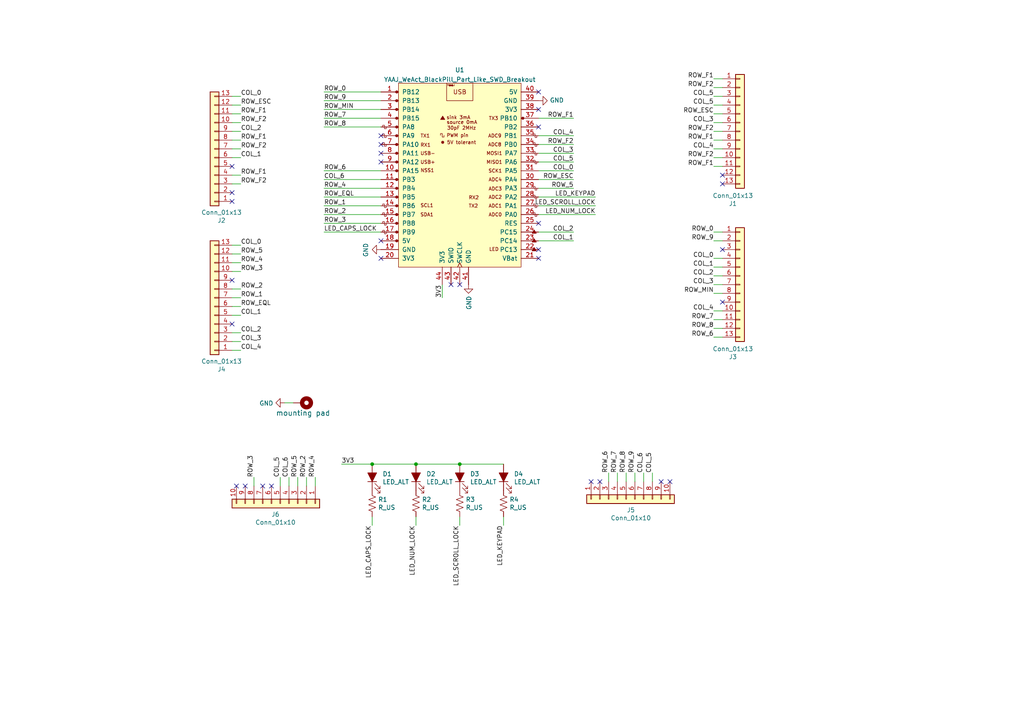
<source format=kicad_sch>
(kicad_sch (version 20211123) (generator eeschema)
  (paper "A4")
  (lib_symbols
    (symbol "Mechanical:MountingHole_Pad" (pin_numbers hide) (pin_names (offset 1.016) hide)
      (property "Reference" "H" (at 0 6.35 0))
      (property "Value" "MountingHole_Pad" (at 0 4.445 0))
      (symbol "MountingHole_Pad_0_1"
        (circle (center 0 1.27) (radius 1.27) (stroke (width 1.27)))
      )
      (symbol "MountingHole_Pad_1_1"
        (pin input line (at 0 -2.54 90) (length 2.54) (name "1") (number "1"))
      )
    )
    (symbol "YAAJ_WeAct_BlackPill_Part_Like_SWD_Breakout:YAAJ_WeAct_BlackPill_Part_Like_SWD_Breakout" (pin_names (offset 1.016))
      (property "Reference" "U" (at -17.526 27.94 0))
      (property "Value" "YAAJ_WeAct_BlackPill_Part_Like_SWD_Breakout" (at 9.144 27.94 0))
      (symbol "YAAJ_WeAct_BlackPill_Part_Like_SWD_Breakout_0_0"
        (circle (center -18.288 -20.32) (radius 0.3556) (fill (type outline)))
        (circle (center -18.288 -17.78) (radius 0.3556) (fill (type outline)))
        (circle (center -18.288 -15.24) (radius 0.3556) (fill (type outline)))
        (circle (center -18.288 -12.7) (radius 0.3556) (fill (type outline)))
        (circle (center -18.288 -10.16) (radius 0.3556) (fill (type outline)))
        (circle (center -18.288 -7.62) (radius 0.3556) (fill (type outline)))
        (circle (center -18.288 -5.08) (radius 0.3556) (fill (type outline)))
        (circle (center -18.288 -2.54) (radius 0.3556) (fill (type outline)))
        (circle (center -18.288 0) (radius 0.3556) (fill (type outline)))
        (circle (center -18.288 2.54) (radius 0.3556) (fill (type outline)))
        (circle (center -18.288 5.08) (radius 0.3556) (fill (type outline)))
        (circle (center -18.288 7.62) (radius 0.3556) (fill (type outline)))
        (circle (center -18.288 10.16) (radius 0.3556) (fill (type outline)))
        (circle (center -18.288 12.7) (radius 0.3556) (fill (type outline)))
        (circle (center -18.288 15.24) (radius 0.3556) (fill (type outline)))
        (circle (center -18.288 17.78) (radius 0.3556) (fill (type outline)))
        (circle (center -18.288 22.86) (radius 0.3556) (fill (type outline)))
        (circle (center -4.953 8.255) (radius 0.127) (fill (type outline)))
        (circle (center -4.953 8.255) (radius 0.254))
        (circle (center -4.953 8.255) (radius 0.3556))
        (polyline (pts (xy -5.588 14.859) (xy -4.953 15.875) (xy -4.318 14.859) (xy -5.588 14.859) (xy -4.953 15.748) (xy -4.445 14.859) (xy -5.461 14.986) (xy -4.953 15.621) (xy -4.572 14.859) (xy -5.334 15.113) (xy -4.826 15.494) (xy -4.699 14.859) (xy -5.207 15.24) (xy -4.699 15.367) (xy -4.826 14.986) (xy -5.08 15.24) (xy -4.826 15.113) (xy -4.953 15.367)))
        (polyline (pts (xy 20.955 -23.241) (xy 21.59 -22.225) (xy 22.225 -23.241) (xy 20.955 -23.241) (xy 21.59 -22.352) (xy 22.098 -23.241) (xy 21.082 -23.114) (xy 21.59 -22.479) (xy 21.971 -23.241) (xy 21.209 -22.987) (xy 21.717 -22.606) (xy 21.844 -23.241) (xy 21.336 -22.86) (xy 21.844 -22.733) (xy 21.717 -23.114) (xy 21.463 -22.86) (xy 21.717 -22.987) (xy 21.59 -22.733)))
        (polyline (pts (xy 20.955 -20.701) (xy 21.59 -19.685) (xy 22.225 -20.701) (xy 20.955 -20.701) (xy 21.59 -19.812) (xy 22.098 -20.701) (xy 21.082 -20.574) (xy 21.59 -19.939) (xy 21.971 -20.701) (xy 21.209 -20.447) (xy 21.717 -20.066) (xy 21.844 -20.701) (xy 21.336 -20.32) (xy 21.844 -20.193) (xy 21.717 -20.574) (xy 21.463 -20.32) (xy 21.717 -20.447) (xy 21.59 -20.193)))
        (polyline (pts (xy 20.955 -18.161) (xy 21.59 -17.145) (xy 22.225 -18.161) (xy 20.955 -18.161) (xy 21.59 -17.272) (xy 22.098 -18.161) (xy 21.082 -18.034) (xy 21.59 -17.399) (xy 21.971 -18.161) (xy 21.209 -17.907) (xy 21.717 -17.526) (xy 21.844 -18.161) (xy 21.336 -17.78) (xy 21.844 -17.653) (xy 21.717 -18.034) (xy 21.463 -17.78) (xy 21.717 -17.907) (xy 21.59 -17.653)))
        (circle (center 18.288 15.24) (radius 0.254) (fill (type outline)))
        (circle (center 18.288 15.24) (radius 0.3556))
        (text "30pF 2MHz" (at 0.508 12.446 0) (effects (font (size 0.9906 0.9906))))
        (text "5V tolerant" (at 0.508 8.255 0) (effects (font (size 0.9906 0.9906))))
        (text "ADC0" (at 10.287 -12.7 0) (effects (font (size 0.9906 0.9906))))
        (text "ADC1" (at 10.287 -10.16 0) (effects (font (size 0.9906 0.9906))))
        (text "ADC2" (at 10.287 -7.62 0) (effects (font (size 0.9906 0.9906))))
        (text "ADC3" (at 10.287 -5.207 0) (effects (font (size 0.9906 0.9906))))
        (text "ADC4" (at 10.287 -2.54 0) (effects (font (size 0.9906 0.9906))))
        (text "ADC8" (at 10.16 7.62 0) (effects (font (size 0.9906 0.9906))))
        (text "ADC9" (at 10.16 10.16 0) (effects (font (size 0.9906 0.9906))))
        (text "LED" (at 9.906 -22.733 0) (effects (font (size 0.9906 0.9906))))
        (text "MISO1" (at 10.033 2.54 0) (effects (font (size 0.9906 0.9906))))
        (text "MOSI1" (at 10.033 5.08 0) (effects (font (size 0.9906 0.9906))))
        (text "NSS1" (at -9.398 0.127 0) (effects (font (size 0.9906 0.9906))))
        (text "PWM pin" (at -0.635 10.287 0) (effects (font (size 0.9906 0.9906))))
        (text "RX1" (at -9.906 7.493 0) (effects (font (size 0.9906 0.9906))))
        (text "RX2" (at 4.064 -7.747 0) (effects (font (size 0.9906 0.9906))))
        (text "SCK1" (at 10.287 0 0) (effects (font (size 0.9906 0.9906))))
        (text "SCL1" (at -9.525 -10.033 0) (effects (font (size 0.9906 0.9906))))
        (text "SDA1" (at -9.525 -12.7 0) (effects (font (size 0.9906 0.9906))))
        (text "sink 3mA" (at -0.381 15.494 0) (effects (font (size 0.9906 0.9906))))
        (text "source 0mA" (at 0.635 14.097 0) (effects (font (size 0.9906 0.9906))))
        (text "TX1" (at -10.033 10.16 0) (effects (font (size 0.9906 0.9906))))
        (text "TX2" (at 3.937 -10.16 0) (effects (font (size 0.9906 0.9906))))
        (text "TX3" (at 9.779 15.24 0) (effects (font (size 0.9906 0.9906))))
        (text "USB" (at 0 22.86 0) (effects (font (size 1.27 1.27))))
        (text "USB+" (at -9.271 2.54 0) (effects (font (size 0.9906 0.9906))))
        (text "USB-" (at -9.271 5.08 0) (effects (font (size 0.9906 0.9906))))
        (text "Y@@J" (at -2.5654 24.8412 0) (effects (font (size 0.508 0.508))))
      )
      (symbol "YAAJ_WeAct_BlackPill_Part_Like_SWD_Breakout_0_1"
        (rectangle (start -17.78 25.4) (end 17.78 -27.94) (fill (type background)))
        (polyline (pts (xy -21.336 -17.78) (xy -21.336 -18.288) (xy -21.844 -18.288) (xy -21.844 -17.272) (xy -22.352 -17.272) (xy -22.352 -17.78)))
        (polyline (pts (xy -21.336 -15.24) (xy -21.336 -15.748) (xy -21.844 -15.748) (xy -21.844 -14.732) (xy -22.352 -14.732) (xy -22.352 -15.24)))
        (polyline (pts (xy -21.336 -12.7) (xy -21.336 -13.208) (xy -21.844 -13.208) (xy -21.844 -12.192) (xy -22.352 -12.192) (xy -22.352 -12.7)))
        (polyline (pts (xy -21.336 -10.16) (xy -21.336 -10.668) (xy -21.844 -10.668) (xy -21.844 -9.652) (xy -22.352 -9.652) (xy -22.352 -10.16)))
        (polyline (pts (xy -21.336 7.62) (xy -21.336 7.112) (xy -21.844 7.112) (xy -21.844 8.128) (xy -22.352 8.128) (xy -22.352 7.62)))
        (polyline (pts (xy -21.336 10.16) (xy -21.336 9.652) (xy -21.844 9.652) (xy -21.844 10.668) (xy -22.352 10.668) (xy -22.352 10.16)))
        (polyline (pts (xy -21.336 12.7) (xy -21.336 12.192) (xy -21.844 12.192) (xy -21.844 13.208) (xy -22.352 13.208) (xy -22.352 12.7)))
        (polyline (pts (xy -4.572 10.287) (xy -4.572 9.779) (xy -5.08 9.779) (xy -5.08 10.795) (xy -5.588 10.795) (xy -5.588 10.287)))
        (polyline (pts (xy 22.352 -12.7) (xy 22.352 -13.208) (xy 21.844 -13.208) (xy 21.844 -12.192) (xy 21.336 -12.192) (xy 21.336 -12.7)))
        (polyline (pts (xy 22.352 -10.16) (xy 22.352 -10.668) (xy 21.844 -10.668) (xy 21.844 -9.652) (xy 21.336 -9.652) (xy 21.336 -10.16)))
        (polyline (pts (xy 22.352 -7.62) (xy 22.352 -8.128) (xy 21.844 -8.128) (xy 21.844 -7.112) (xy 21.336 -7.112) (xy 21.336 -7.62)))
        (polyline (pts (xy 22.352 -5.08) (xy 22.352 -5.588) (xy 21.844 -5.588) (xy 21.844 -4.572) (xy 21.336 -4.572) (xy 21.336 -5.08)))
        (polyline (pts (xy 22.352 2.54) (xy 22.352 2.032) (xy 21.844 2.032) (xy 21.844 3.048) (xy 21.336 3.048) (xy 21.336 2.54)))
        (polyline (pts (xy 22.352 5.08) (xy 22.352 4.572) (xy 21.844 4.572) (xy 21.844 5.588) (xy 21.336 5.588) (xy 21.336 5.08)))
        (polyline (pts (xy 22.352 7.62) (xy 22.352 7.112) (xy 21.844 7.112) (xy 21.844 8.128) (xy 21.336 8.128) (xy 21.336 7.62)))
        (polyline (pts (xy 22.352 10.16) (xy 22.352 9.652) (xy 21.844 9.652) (xy 21.844 10.668) (xy 21.336 10.668) (xy 21.336 10.16)))
        (rectangle (start 3.81 25.4) (end -3.81 20.32))
      )
      (symbol "YAAJ_WeAct_BlackPill_Part_Like_SWD_Breakout_1_1"
        (circle (center -18.288 20.32) (radius 0.3556) (fill (type outline)))
        (pin bidirectional line (at -22.86 22.86 0) (length 5.08) (name "PB12") (number "1"))
        (pin bidirectional line (at -22.86 0 0) (length 5.08) (name "PA15") (number "10"))
        (pin bidirectional line (at -22.86 -2.54 0) (length 5.08) (name "PB3") (number "11"))
        (pin bidirectional line (at -22.86 -5.08 0) (length 5.08) (name "PB4") (number "12"))
        (pin bidirectional line (at -22.86 -7.62 0) (length 5.08) (name "PB5") (number "13"))
        (pin bidirectional line (at -22.86 -10.16 0) (length 5.08) (name "PB6") (number "14"))
        (pin bidirectional line (at -22.86 -12.7 0) (length 5.08) (name "PB7") (number "15"))
        (pin bidirectional line (at -22.86 -15.24 0) (length 5.08) (name "PB8") (number "16"))
        (pin bidirectional line (at -22.86 -17.78 0) (length 5.08) (name "PB9") (number "17"))
        (pin power_in line (at -22.86 -20.32 0) (length 5.08) (name "5V") (number "18"))
        (pin power_in line (at -22.86 -22.86 0) (length 5.08) (name "GND") (number "19"))
        (pin bidirectional line (at -22.86 20.32 0) (length 5.08) (name "PB13") (number "2"))
        (pin power_in line (at -22.86 -25.4 0) (length 5.08) (name "3V3") (number "20"))
        (pin power_in line (at 22.86 -25.4 180) (length 5.08) (name "VBat") (number "21"))
        (pin bidirectional line (at 22.86 -22.86 180) (length 5.08) (name "PC13") (number "22"))
        (pin bidirectional line (at 22.86 -20.32 180) (length 5.08) (name "PC14") (number "23"))
        (pin bidirectional line (at 22.86 -17.78 180) (length 5.08) (name "PC15") (number "24"))
        (pin input line (at 22.86 -15.24 180) (length 5.08) (name "RES") (number "25"))
        (pin bidirectional line (at 22.86 -12.7 180) (length 5.08) (name "PA0") (number "26"))
        (pin bidirectional line (at 22.86 -10.16 180) (length 5.08) (name "PA1") (number "27"))
        (pin bidirectional line (at 22.86 -7.62 180) (length 5.08) (name "PA2") (number "28"))
        (pin bidirectional line (at 22.86 -5.08 180) (length 5.08) (name "PA3") (number "29"))
        (pin bidirectional line (at -22.86 17.78 0) (length 5.08) (name "PB14") (number "3"))
        (pin bidirectional line (at 22.86 -2.54 180) (length 5.08) (name "PA4") (number "30"))
        (pin bidirectional line (at 22.86 0 180) (length 5.08) (name "PA5") (number "31"))
        (pin bidirectional line (at 22.86 2.54 180) (length 5.08) (name "PA6") (number "32"))
        (pin bidirectional line (at 22.86 5.08 180) (length 5.08) (name "PA7") (number "33"))
        (pin bidirectional line (at 22.86 7.62 180) (length 5.08) (name "PB0") (number "34"))
        (pin bidirectional line (at 22.86 10.16 180) (length 5.08) (name "PB1") (number "35"))
        (pin bidirectional line (at 22.86 12.7 180) (length 5.08) (name "PB2") (number "36"))
        (pin bidirectional line (at 22.86 15.24 180) (length 5.08) (name "PB10") (number "37"))
        (pin power_in line (at 22.86 17.78 180) (length 5.08) (name "3V3") (number "38"))
        (pin power_in line (at 22.86 20.32 180) (length 5.08) (name "GND") (number "39"))
        (pin bidirectional line (at -22.86 15.24 0) (length 5.08) (name "PB15") (number "4"))
        (pin power_in line (at 22.86 22.86 180) (length 5.08) (name "5V") (number "40"))
        (pin power_in line (at 2.54 -33.02 90) (length 5.08) (name "GND") (number "41"))
        (pin bidirectional clock (at 0 -33.02 90) (length 5.08) (name "SWCLK") (number "42"))
        (pin bidirectional line (at -2.54 -33.02 90) (length 5.08) (name "SWIO") (number "43"))
        (pin power_in line (at -5.08 -33.02 90) (length 5.08) (name "3V3") (number "44"))
        (pin bidirectional line (at -22.86 12.7 0) (length 5.08) (name "PA8") (number "5"))
        (pin bidirectional line (at -22.86 10.16 0) (length 5.08) (name "PA9") (number "6"))
        (pin bidirectional line (at -22.86 7.62 0) (length 5.08) (name "PA10") (number "7"))
        (pin bidirectional line (at -22.86 5.08 0) (length 5.08) (name "PA11") (number "8"))
        (pin bidirectional line (at -22.86 2.54 0) (length 5.08) (name "PA12") (number "9"))
      )
    )
    (symbol "kicad_port-rescue:Conn_01x10-Connector_Generic" (pin_names (offset 1.016) hide)
      (property "Reference" "J" (at 0 12.7 0))
      (property "Value" "kicad_port-rescue_Conn_01x10-Connector_Generic" (at 0 -15.24 0))
      (symbol "Conn_01x10-Connector_Generic_1_1"
        (rectangle (start -1.27 -12.573) (end 0 -12.827) (stroke (width 0.1524)))
        (rectangle (start -1.27 -10.033) (end 0 -10.287) (stroke (width 0.1524)))
        (rectangle (start -1.27 -7.493) (end 0 -7.747) (stroke (width 0.1524)))
        (rectangle (start -1.27 -4.953) (end 0 -5.207) (stroke (width 0.1524)))
        (rectangle (start -1.27 -2.413) (end 0 -2.667) (stroke (width 0.1524)))
        (rectangle (start -1.27 0.127) (end 0 -0.127) (stroke (width 0.1524)))
        (rectangle (start -1.27 2.667) (end 0 2.413) (stroke (width 0.1524)))
        (rectangle (start -1.27 5.207) (end 0 4.953) (stroke (width 0.1524)))
        (rectangle (start -1.27 7.747) (end 0 7.493) (stroke (width 0.1524)))
        (rectangle (start -1.27 10.287) (end 0 10.033) (stroke (width 0.1524)))
        (rectangle (start -1.27 11.43) (end 1.27 -13.97) (stroke (width 0.254)) (fill (type background)))
        (pin passive line (at -5.08 10.16 0) (length 3.81) (name "Pin_1") (number "1"))
        (pin passive line (at -5.08 -12.7 0) (length 3.81) (name "Pin_10") (number "10"))
        (pin passive line (at -5.08 7.62 0) (length 3.81) (name "Pin_2") (number "2"))
        (pin passive line (at -5.08 5.08 0) (length 3.81) (name "Pin_3") (number "3"))
        (pin passive line (at -5.08 2.54 0) (length 3.81) (name "Pin_4") (number "4"))
        (pin passive line (at -5.08 0 0) (length 3.81) (name "Pin_5") (number "5"))
        (pin passive line (at -5.08 -2.54 0) (length 3.81) (name "Pin_6") (number "6"))
        (pin passive line (at -5.08 -5.08 0) (length 3.81) (name "Pin_7") (number "7"))
        (pin passive line (at -5.08 -7.62 0) (length 3.81) (name "Pin_8") (number "8"))
        (pin passive line (at -5.08 -10.16 0) (length 3.81) (name "Pin_9") (number "9"))
      )
    )
    (symbol "kicad_port-rescue:Conn_01x13-Connector_Generic" (pin_names (offset 1.016) hide)
      (property "Reference" "J" (at 0 17.78 0))
      (property "Value" "kicad_port-rescue_Conn_01x13-Connector_Generic" (at 0 -17.78 0))
      (symbol "Conn_01x13-Connector_Generic_1_1"
        (rectangle (start -1.27 -15.113) (end 0 -15.367) (stroke (width 0.1524)))
        (rectangle (start -1.27 -12.573) (end 0 -12.827) (stroke (width 0.1524)))
        (rectangle (start -1.27 -10.033) (end 0 -10.287) (stroke (width 0.1524)))
        (rectangle (start -1.27 -7.493) (end 0 -7.747) (stroke (width 0.1524)))
        (rectangle (start -1.27 -4.953) (end 0 -5.207) (stroke (width 0.1524)))
        (rectangle (start -1.27 -2.413) (end 0 -2.667) (stroke (width 0.1524)))
        (rectangle (start -1.27 0.127) (end 0 -0.127) (stroke (width 0.1524)))
        (rectangle (start -1.27 2.667) (end 0 2.413) (stroke (width 0.1524)))
        (rectangle (start -1.27 5.207) (end 0 4.953) (stroke (width 0.1524)))
        (rectangle (start -1.27 7.747) (end 0 7.493) (stroke (width 0.1524)))
        (rectangle (start -1.27 10.287) (end 0 10.033) (stroke (width 0.1524)))
        (rectangle (start -1.27 12.827) (end 0 12.573) (stroke (width 0.1524)))
        (rectangle (start -1.27 15.367) (end 0 15.113) (stroke (width 0.1524)))
        (rectangle (start -1.27 16.51) (end 1.27 -16.51) (stroke (width 0.254)) (fill (type background)))
        (pin passive line (at -5.08 15.24 0) (length 3.81) (name "Pin_1") (number "1"))
        (pin passive line (at -5.08 -7.62 0) (length 3.81) (name "Pin_10") (number "10"))
        (pin passive line (at -5.08 -10.16 0) (length 3.81) (name "Pin_11") (number "11"))
        (pin passive line (at -5.08 -12.7 0) (length 3.81) (name "Pin_12") (number "12"))
        (pin passive line (at -5.08 -15.24 0) (length 3.81) (name "Pin_13") (number "13"))
        (pin passive line (at -5.08 12.7 0) (length 3.81) (name "Pin_2") (number "2"))
        (pin passive line (at -5.08 10.16 0) (length 3.81) (name "Pin_3") (number "3"))
        (pin passive line (at -5.08 7.62 0) (length 3.81) (name "Pin_4") (number "4"))
        (pin passive line (at -5.08 5.08 0) (length 3.81) (name "Pin_5") (number "5"))
        (pin passive line (at -5.08 2.54 0) (length 3.81) (name "Pin_6") (number "6"))
        (pin passive line (at -5.08 0 0) (length 3.81) (name "Pin_7") (number "7"))
        (pin passive line (at -5.08 -2.54 0) (length 3.81) (name "Pin_8") (number "8"))
        (pin passive line (at -5.08 -5.08 0) (length 3.81) (name "Pin_9") (number "9"))
      )
    )
    (symbol "kicad_port-rescue:GND-power" (power) (pin_names (offset 0))
      (property "Value" "kicad_port-rescue_GND-power" (at 0 -3.81 0))
      (symbol "GND-power_0_1"
        (polyline (pts (xy 0 0) (xy 0 -1.27) (xy 1.27 -1.27) (xy 0 -2.54) (xy -1.27 -1.27) (xy 0 -1.27)))
      )
      (symbol "GND-power_1_1"
        (pin power_in line (at 0 0 270) (length 0) hide (name "GND") (number "1"))
      )
    )
    (symbol "kicad_port-rescue:LED_ALT-Device" (pin_numbers hide) (pin_names (offset 1.016) hide)
      (property "Reference" "D" (at 0 2.54 0))
      (property "Value" "kicad_port-rescue_LED_ALT-Device" (at 0 -2.54 0))
      (symbol "LED_ALT-Device_0_1"
        (polyline (pts (xy -1.27 -1.27) (xy -1.27 1.27)) (stroke (width 0.2032)))
        (polyline (pts (xy -1.27 0) (xy 1.27 0)))
        (polyline (pts (xy 1.27 -1.27) (xy 1.27 1.27) (xy -1.27 0) (xy 1.27 -1.27)) (stroke (width 0.2032)) (fill (type outline)))
        (polyline (pts (xy -3.048 -0.762) (xy -4.572 -2.286) (xy -3.81 -2.286) (xy -4.572 -2.286) (xy -4.572 -1.524)))
        (polyline (pts (xy -1.778 -0.762) (xy -3.302 -2.286) (xy -2.54 -2.286) (xy -3.302 -2.286) (xy -3.302 -1.524)))
      )
      (symbol "LED_ALT-Device_1_1"
        (pin passive line (at -3.81 0 0) (length 2.54) (name "K") (number "1"))
        (pin passive line (at 3.81 0 180) (length 2.54) (name "A") (number "2"))
      )
    )
    (symbol "kicad_port-rescue:R_US-Device" (pin_numbers hide) (pin_names (offset 0))
      (property "Reference" "R" (at 2.54 0 90))
      (property "Value" "kicad_port-rescue_R_US-Device" (at -2.54 0 90))
      (symbol "R_US-Device_0_1"
        (polyline (pts (xy 0 -2.286) (xy 0 -2.54)))
        (polyline (pts (xy 0 2.286) (xy 0 2.54)))
        (polyline (pts (xy 0 -0.762) (xy 1.016 -1.143) (xy 0 -1.524) (xy -1.016 -1.905) (xy 0 -2.286)))
        (polyline (pts (xy 0 0.762) (xy 1.016 0.381) (xy 0 0) (xy -1.016 -0.381) (xy 0 -0.762)))
        (polyline (pts (xy 0 2.286) (xy 1.016 1.905) (xy 0 1.524) (xy -1.016 1.143) (xy 0 0.762)))
      )
      (symbol "R_US-Device_1_1"
        (pin passive line (at 0 3.81 270) (length 1.27) (name "~") (number "1"))
        (pin passive line (at 0 -3.81 90) (length 1.27) (name "~") (number "2"))
      )
    )
    (symbol "power:GND" (power) (pin_names (offset 0))
      (property "Value" "GND" (at 0 -3.81 0))
      (symbol "GND_0_1"
        (polyline (pts (xy 0 0) (xy 0 -1.27) (xy 1.27 -1.27) (xy 0 -2.54) (xy -1.27 -1.27) (xy 0 -1.27)))
      )
      (symbol "GND_1_1"
        (pin power_in line (at 0 0 270) (length 0) hide (name "GND") (number "1"))
      )
    )
  )
  (junction (at 133.35 134.62))
  (junction (at 120.65 134.62))
  (junction (at 107.95 134.62))
  (no_connect (at 78.74 140.97))
  (no_connect (at 110.49 74.93))
  (no_connect (at 67.31 58.42))
  (no_connect (at 156.21 74.93))
  (no_connect (at 156.21 72.39))
  (no_connect (at 67.31 81.28))
  (no_connect (at 67.31 55.88))
  (no_connect (at 209.55 87.63))
  (no_connect (at 76.2 140.97))
  (no_connect (at 209.55 53.34))
  (no_connect (at 209.55 50.8))
  (no_connect (at 67.31 48.26))
  (no_connect (at 110.49 69.85))
  (no_connect (at 110.49 39.37))
  (no_connect (at 110.49 41.91))
  (no_connect (at 110.49 44.45))
  (no_connect (at 110.49 46.99))
  (no_connect (at 171.45 139.7))
  (no_connect (at 68.58 140.97))
  (no_connect (at 156.21 36.83))
  (no_connect (at 67.31 93.98))
  (no_connect (at 133.35 82.55))
  (no_connect (at 130.81 82.55))
  (no_connect (at 191.77 139.7))
  (no_connect (at 71.12 140.97))
  (no_connect (at 194.31 139.7))
  (no_connect (at 209.55 72.39))
  (no_connect (at 173.99 139.7))
  (no_connect (at 156.21 64.77))
  (no_connect (at 156.21 31.75))
  (no_connect (at 156.21 26.67))
  (wire (pts (xy 156.21 34.29) (xy 166.37 34.29)))
  (wire (pts (xy 67.31 96.52) (xy 69.85 96.52)))
  (wire (pts (xy 93.98 54.61) (xy 110.49 54.61)))
  (wire (pts (xy 207.01 43.18) (xy 209.55 43.18)))
  (wire (pts (xy 67.31 99.06) (xy 69.85 99.06)))
  (wire (pts (xy 67.31 91.44) (xy 69.85 91.44)))
  (wire (pts (xy 107.95 134.62) (xy 120.65 134.62)))
  (wire (pts (xy 88.9 140.97) (xy 88.9 138.43)))
  (wire (pts (xy 156.21 69.85) (xy 166.37 69.85)))
  (wire (pts (xy 156.21 39.37) (xy 166.37 39.37)))
  (wire (pts (xy 67.31 45.72) (xy 69.85 45.72)))
  (wire (pts (xy 156.21 54.61) (xy 166.37 54.61)))
  (wire (pts (xy 207.01 85.09) (xy 209.55 85.09)))
  (wire (pts (xy 207.01 45.72) (xy 209.55 45.72)))
  (wire (pts (xy 73.66 140.97) (xy 73.66 138.43)))
  (wire (pts (xy 133.35 134.62) (xy 146.05 134.62)))
  (wire (pts (xy 207.01 97.79) (xy 209.55 97.79)))
  (wire (pts (xy 133.35 152.4) (xy 133.35 149.86)))
  (wire (pts (xy 156.21 44.45) (xy 166.37 44.45)))
  (wire (pts (xy 156.21 49.53) (xy 166.37 49.53)))
  (wire (pts (xy 67.31 50.8) (xy 69.85 50.8)))
  (wire (pts (xy 207.01 92.71) (xy 209.55 92.71)))
  (wire (pts (xy 83.82 140.97) (xy 83.82 138.43)))
  (wire (pts (xy 120.65 134.62) (xy 133.35 134.62)))
  (wire (pts (xy 67.31 40.64) (xy 69.85 40.64)))
  (wire (pts (xy 156.21 46.99) (xy 166.37 46.99)))
  (wire (pts (xy 67.31 38.1) (xy 69.85 38.1)))
  (wire (pts (xy 67.31 43.18) (xy 69.85 43.18)))
  (wire (pts (xy 207.01 82.55) (xy 209.55 82.55)))
  (wire (pts (xy 186.69 139.7) (xy 186.69 137.16)))
  (wire (pts (xy 81.28 140.97) (xy 81.28 138.43)))
  (wire (pts (xy 207.01 69.85) (xy 209.55 69.85)))
  (wire (pts (xy 156.21 52.07) (xy 166.37 52.07)))
  (wire (pts (xy 181.61 139.7) (xy 181.61 137.16)))
  (wire (pts (xy 207.01 74.93) (xy 209.55 74.93)))
  (wire (pts (xy 67.31 33.02) (xy 69.85 33.02)))
  (wire (pts (xy 67.31 83.82) (xy 69.85 83.82)))
  (wire (pts (xy 93.98 67.31) (xy 110.49 67.31)))
  (wire (pts (xy 146.05 152.4) (xy 146.05 149.86)))
  (wire (pts (xy 67.31 78.74) (xy 69.85 78.74)))
  (wire (pts (xy 156.21 41.91) (xy 166.37 41.91)))
  (wire (pts (xy 172.72 62.23) (xy 156.21 62.23)))
  (wire (pts (xy 110.49 26.67) (xy 93.98 26.67)))
  (wire (pts (xy 172.72 57.15) (xy 156.21 57.15)))
  (wire (pts (xy 207.01 67.31) (xy 209.55 67.31)))
  (wire (pts (xy 67.31 53.34) (xy 69.85 53.34)))
  (wire (pts (xy 93.98 59.69) (xy 110.49 59.69)))
  (wire (pts (xy 207.01 90.17) (xy 209.55 90.17)))
  (wire (pts (xy 207.01 95.25) (xy 209.55 95.25)))
  (wire (pts (xy 207.01 40.64) (xy 209.55 40.64)))
  (wire (pts (xy 156.21 67.31) (xy 166.37 67.31)))
  (wire (pts (xy 207.01 48.26) (xy 209.55 48.26)))
  (wire (pts (xy 93.98 64.77) (xy 110.49 64.77)))
  (wire (pts (xy 67.31 35.56) (xy 69.85 35.56)))
  (wire (pts (xy 86.36 140.97) (xy 86.36 138.43)))
  (wire (pts (xy 128.27 86.36) (xy 128.27 82.55)))
  (wire (pts (xy 67.31 86.36) (xy 69.85 86.36)))
  (wire (pts (xy 207.01 27.94) (xy 209.55 27.94)))
  (wire (pts (xy 93.98 29.21) (xy 110.49 29.21)))
  (wire (pts (xy 93.98 36.83) (xy 110.49 36.83)))
  (wire (pts (xy 176.53 139.7) (xy 176.53 137.16)))
  (wire (pts (xy 67.31 88.9) (xy 69.85 88.9)))
  (wire (pts (xy 207.01 30.48) (xy 209.55 30.48)))
  (wire (pts (xy 93.98 31.75) (xy 110.49 31.75)))
  (wire (pts (xy 207.01 25.4) (xy 209.55 25.4)))
  (wire (pts (xy 99.06 134.62) (xy 107.95 134.62)))
  (wire (pts (xy 107.95 152.4) (xy 107.95 149.86)))
  (wire (pts (xy 91.44 140.97) (xy 91.44 138.43)))
  (wire (pts (xy 207.01 38.1) (xy 209.55 38.1)))
  (wire (pts (xy 93.98 52.07) (xy 110.49 52.07)))
  (wire (pts (xy 67.31 27.94) (xy 69.85 27.94)))
  (wire (pts (xy 67.31 101.6) (xy 69.85 101.6)))
  (wire (pts (xy 189.23 139.7) (xy 189.23 137.16)))
  (wire (pts (xy 93.98 34.29) (xy 110.49 34.29)))
  (wire (pts (xy 67.31 73.66) (xy 69.85 73.66)))
  (wire (pts (xy 172.72 59.69) (xy 156.21 59.69)))
  (wire (pts (xy 67.31 71.12) (xy 69.85 71.12)))
  (wire (pts (xy 207.01 77.47) (xy 209.55 77.47)))
  (wire (pts (xy 179.07 139.7) (xy 179.07 137.16)))
  (wire (pts (xy 207.01 33.02) (xy 209.55 33.02)))
  (wire (pts (xy 184.15 139.7) (xy 184.15 137.16)))
  (wire (pts (xy 93.98 49.53) (xy 110.49 49.53)))
  (wire (pts (xy 207.01 80.01) (xy 209.55 80.01)))
  (wire (pts (xy 67.31 76.2) (xy 69.85 76.2)))
  (wire (pts (xy 67.31 30.48) (xy 69.85 30.48)))
  (wire (pts (xy 93.98 57.15) (xy 110.49 57.15)))
  (wire (pts (xy 207.01 22.86) (xy 209.55 22.86)))
  (wire (pts (xy 120.65 152.4) (xy 120.65 149.86)))
  (wire (pts (xy 93.98 62.23) (xy 110.49 62.23)))
  (wire (pts (xy 207.01 35.56) (xy 209.55 35.56)))
  (wire (pts (xy 82.55 116.84) (xy 85.09 116.84)))
  (label "COL_2" (at 69.85 38.1 0))
  (label "LED_SCROLL_LOCK" (at 172.72 59.69 180))
  (label "ROW_5" (at 69.85 73.66 0))
  (label "ROW_ESC" (at 69.85 30.48 0))
  (label "COL_4" (at 69.85 101.6 0))
  (label "ROW_F2" (at 69.85 53.34 0))
  (label "COL_3" (at 166.37 44.45 180))
  (label "LED_NUM_LOCK" (at 120.65 152.4 270))
  (label "ROW_F2" (at 69.85 35.56 0))
  (label "COL_6" (at 83.82 138.43 90))
  (label "COL_2" (at 207.01 80.01 180))
  (label "ROW_9" (at 207.01 69.85 180))
  (label "COL_1" (at 207.01 77.47 180))
  (label "COL_3" (at 207.01 35.56 180))
  (label "COL_4" (at 166.37 39.37 180))
  (label "ROW_9" (at 93.98 29.21 0))
  (label "ROW_F1" (at 207.01 22.86 180))
  (label "ROW_F1" (at 69.85 50.8 0))
  (label "ROW_F1" (at 69.85 40.64 0))
  (label "ROW_2" (at 88.9 138.43 90))
  (label "ROW_1" (at 93.98 59.69 0))
  (label "COL_5" (at 207.01 30.48 180))
  (label "ROW_6" (at 207.01 97.79 180))
  (label "COL_0" (at 166.37 49.53 180))
  (label "COL_3" (at 207.01 82.55 180))
  (label "3V3" (at 99.06 134.62 0))
  (label "ROW_8" (at 207.01 95.25 180))
  (label "ROW_F1" (at 166.37 34.29 180))
  (label "ROW_6" (at 176.53 137.16 90))
  (label "COL_6" (at 186.69 137.16 90))
  (label "ROW_EQL" (at 93.98 57.15 0))
  (label "COL_6" (at 93.98 52.07 0))
  (label "ROW_7" (at 207.01 92.71 180))
  (label "LED_KEYPAD" (at 172.72 57.15 180))
  (label "COL_5" (at 189.23 137.16 90))
  (label "ROW_5" (at 166.37 54.61 180))
  (label "ROW_F1" (at 69.85 33.02 0))
  (label "ROW_MIN" (at 93.98 31.75 0))
  (label "COL_1" (at 166.37 69.85 180))
  (label "ROW_2" (at 69.85 83.82 0))
  (label "ROW_0" (at 93.98 26.67 0))
  (label "ROW_F2" (at 207.01 38.1 180))
  (label "COL_3" (at 69.85 99.06 0))
  (label "ROW_7" (at 93.98 34.29 0))
  (label "ROW_F1" (at 207.01 40.64 180))
  (label "ROW_EQL" (at 69.85 88.9 0))
  (label "LED_NUM_LOCK" (at 172.72 62.23 180))
  (label "ROW_3" (at 93.98 64.77 0))
  (label "LED_CAPS_LOCK" (at 93.98 67.31 0))
  (label "ROW_ESC" (at 166.37 52.07 180))
  (label "ROW_9" (at 184.15 137.16 90))
  (label "ROW_2" (at 93.98 62.23 0))
  (label "ROW_0" (at 207.01 67.31 180))
  (label "LED_CAPS_LOCK" (at 107.95 152.4 270))
  (label "ROW_6" (at 93.98 49.53 0))
  (label "ROW_F1" (at 207.01 48.26 180))
  (label "ROW_MIN" (at 207.01 85.09 180))
  (label "COL_5" (at 166.37 46.99 180))
  (label "ROW_8" (at 181.61 137.16 90))
  (label "ROW_F2" (at 166.37 41.91 180))
  (label "ROW_ESC" (at 207.01 33.02 180))
  (label "LED_KEYPAD" (at 146.05 152.4 270))
  (label "ROW_3" (at 73.66 138.43 90))
  (label "LED_SCROLL_LOCK" (at 133.35 152.4 270))
  (label "COL_4" (at 207.01 43.18 180))
  (label "COL_1" (at 69.85 91.44 0))
  (label "ROW_F2" (at 207.01 25.4 180))
  (label "COL_5" (at 207.01 27.94 180))
  (label "ROW_F2" (at 207.01 45.72 180))
  (label "ROW_1" (at 69.85 86.36 0))
  (label "ROW_8" (at 93.98 36.83 0))
  (label "COL_1" (at 69.85 45.72 0))
  (label "ROW_3" (at 69.85 78.74 0))
  (label "COL_0" (at 69.85 27.94 0))
  (label "ROW_4" (at 69.85 76.2 0))
  (label "3V3" (at 128.27 86.36 90))
  (label "ROW_4" (at 93.98 54.61 0))
  (label "COL_4" (at 207.01 90.17 180))
  (label "COL_2" (at 166.37 67.31 180))
  (label "ROW_F2" (at 69.85 43.18 0))
  (label "COL_5" (at 81.28 138.43 90))
  (label "COL_2" (at 69.85 96.52 0))
  (label "COL_0" (at 69.85 71.12 0))
  (label "ROW_5" (at 86.36 138.43 90))
  (label "COL_0" (at 207.01 74.93 180))
  (label "ROW_7" (at 179.07 137.16 90))
  (label "ROW_4" (at 91.44 138.43 90))
  (symbol (lib_id "kicad_port-rescue:Conn_01x13-Connector_Generic") (at 62.23 86.36 180) (unit 1)
    (property "Reference" "J4" (at 64.262 107.1118 0))
    (property "Value" "Conn_01x13" (at 64.262 104.8004 0))
    (property "Footprint" "kinesisMod_board_connectors:Molex_039532134" (effects hide))
  )
  (symbol (lib_id "kicad_port-rescue:Conn_01x13-Connector_Generic") (at 214.63 82.55 0) (unit 1)
    (property "Reference" "J3" (at 212.5726 103.505 0))
    (property "Value" "Conn_01x13" (at 212.5726 101.1936 0))
    (property "Footprint" "kinesisMod_board_connectors:Molex_039532134" (effects hide))
  )
  (symbol (lib_id "kicad_port-rescue:Conn_01x10-Connector_Generic") (at 81.28 146.05 270) (unit 1)
    (property "Reference" "J6" (at 79.9084 149.1996 90))
    (property "Value" "Conn_01x10" (at 79.9084 151.511 90))
    (property "Footprint" "Pin_Headers:Pin_Header_Straight_1x10_Pitch2.54mm" (effects hide))
  )
  (symbol (lib_id "kicad_port-rescue:Conn_01x10-Connector_Generic") (at 181.61 144.78 90) (mirror x) (unit 1)
    (property "Reference" "J5" (at 182.9816 147.9296 90))
    (property "Value" "Conn_01x10" (at 182.9816 150.241 90))
    (property "Footprint" "Pin_Headers:Pin_Header_Straight_1x10_Pitch2.54mm" (effects hide))
  )
  (symbol (lib_id "kicad_port-rescue:Conn_01x13-Connector_Generic") (at 62.23 43.18 180) (unit 1)
    (property "Reference" "J2" (at 64.262 63.9318 0))
    (property "Value" "Conn_01x13" (at 64.262 61.6204 0))
    (property "Footprint" "kinesisMod_board_connectors:Molex_0039532135" (effects hide))
  )
  (symbol (lib_id "kicad_port-rescue:Conn_01x13-Connector_Generic") (at 214.63 38.1 0) (unit 1)
    (property "Reference" "J1" (at 212.5726 59.055 0))
    (property "Value" "Conn_01x13" (at 212.5726 56.7436 0))
    (property "Footprint" "kinesisMod_board_connectors:Molex_0039532135" (effects hide))
  )
  (symbol (lib_id "kicad_port-rescue:LED_ALT-Device") (at 107.95 138.43 90) (unit 1)
    (property "Reference" "D1" (at 110.9472 137.4648 90) (effects (justify right)))
    (property "Value" "LED_ALT" (at 110.9472 139.7762 90) (effects (justify right)))
    (property "Footprint" "LED_THT:LED_D3.0mm" (effects hide))
  )
  (symbol (lib_id "kicad_port-rescue:LED_ALT-Device") (at 120.65 138.43 90) (unit 1)
    (property "Reference" "D2" (at 123.6472 137.4648 90) (effects (justify right)))
    (property "Value" "LED_ALT" (at 123.6472 139.7762 90) (effects (justify right)))
    (property "Footprint" "LED_THT:LED_D3.0mm" (effects hide))
  )
  (symbol (lib_id "kicad_port-rescue:LED_ALT-Device") (at 133.35 138.43 90) (unit 1)
    (property "Reference" "D3" (at 136.3472 137.4648 90) (effects (justify right)))
    (property "Value" "LED_ALT" (at 136.3472 139.7762 90) (effects (justify right)))
    (property "Footprint" "LED_THT:LED_D3.0mm" (effects hide))
  )
  (symbol (lib_id "kicad_port-rescue:LED_ALT-Device") (at 146.05 138.43 90) (unit 1)
    (property "Reference" "D4" (at 149.0472 137.4648 90) (effects (justify right)))
    (property "Value" "LED_ALT" (at 149.0472 139.7762 90) (effects (justify right)))
    (property "Footprint" "LED_THT:LED_D3.0mm" (effects hide))
  )
  (symbol (lib_id "kicad_port-rescue:R_US-Device") (at 120.65 146.05 0) (unit 1)
    (property "Reference" "R2" (at 122.3772 144.8816 0) (effects (justify left)))
    (property "Value" "R_US" (at 122.3772 147.193 0) (effects (justify left)))
    (property "Footprint" "Resistor_THT:R_Axial_DIN0204_L3.6mm_D1.6mm_P5.08mm_Horizontal" (effects hide))
  )
  (symbol (lib_id "kicad_port-rescue:R_US-Device") (at 107.95 146.05 0) (unit 1)
    (property "Reference" "R1" (at 109.6772 144.8816 0) (effects (justify left)))
    (property "Value" "R_US" (at 109.6772 147.193 0) (effects (justify left)))
    (property "Footprint" "Resistor_THT:R_Axial_DIN0204_L3.6mm_D1.6mm_P5.08mm_Horizontal" (effects hide))
  )
  (symbol (lib_id "kicad_port-rescue:R_US-Device") (at 133.35 146.05 0) (unit 1)
    (property "Reference" "R3" (at 135.0772 144.8816 0) (effects (justify left)))
    (property "Value" "R_US" (at 135.0772 147.193 0) (effects (justify left)))
    (property "Footprint" "Resistor_THT:R_Axial_DIN0204_L3.6mm_D1.6mm_P5.08mm_Horizontal" (effects hide))
  )
  (symbol (lib_id "kicad_port-rescue:R_US-Device") (at 146.05 146.05 0) (unit 1)
    (property "Reference" "R4" (at 147.7772 144.8816 0) (effects (justify left)))
    (property "Value" "R_US" (at 147.7772 147.193 0) (effects (justify left)))
    (property "Footprint" "Resistor_THT:R_Axial_DIN0204_L3.6mm_D1.6mm_P5.08mm_Horizontal" (effects hide))
  )
  (symbol (lib_id "kicad_port-rescue:GND-power") (at 110.49 72.39 270) (unit 1)
    (property "Reference" "#PWR0106" (effects hide))
    (property "Value" "GND" (at 106.0958 72.517 0))
  )
  (symbol (lib_id "kicad_port-rescue:GND-power") (at 135.89 82.55 0) (unit 1)
    (property "Reference" "#PWR0107" (effects hide))
    (property "Value" "GND" (at 136.017 85.8012 90) (effects (justify right)))
  )
  (symbol (lib_id "Mechanical:MountingHole_Pad") (at 87.63 116.84 270) (unit 1)
    (property "Reference" "H1" (effects hide))
    (property "Value" "mounting pad" (at 80.01 120.65 90) (effects (font (size 1.4986 1.4986)) (justify left bottom)))
    (property "Footprint" "MountingHole:MountingHole_4.3mm_M4_Pad" (effects hide))
  )
  (symbol (lib_id "power:GND") (at 82.55 116.84 270) (unit 1)
    (property "Reference" "#PWR0101" (effects hide))
    (property "Value" "GND" (at 79.2988 116.967 90) (effects (justify right)))
  )
  (symbol (lib_id "kicad_port-rescue:GND-power") (at 156.21 29.21 90) (unit 1)
    (property "Reference" "#PWR0102" (effects hide))
    (property "Value" "GND" (at 159.4612 29.083 90) (effects (justify right)))
  )
  (symbol (lib_id "YAAJ_WeAct_BlackPill_Part_Like_SWD_Breakout:YAAJ_WeAct_BlackPill_Part_Like_SWD_Breakout") (at 133.35 49.53 0) (unit 1)
    (property "Reference" "U1" (at 133.35 20.2905 0))
    (property "Value" "YAAJ_WeAct_BlackPill_Part_Like_SWD_Breakout" (at 133.35 23.0656 0))
    (property "Footprint" "Kicad-STM32:YAAJ_WeAct_BlackPill_SWD_2" (effects hide))
  )
)
</source>
